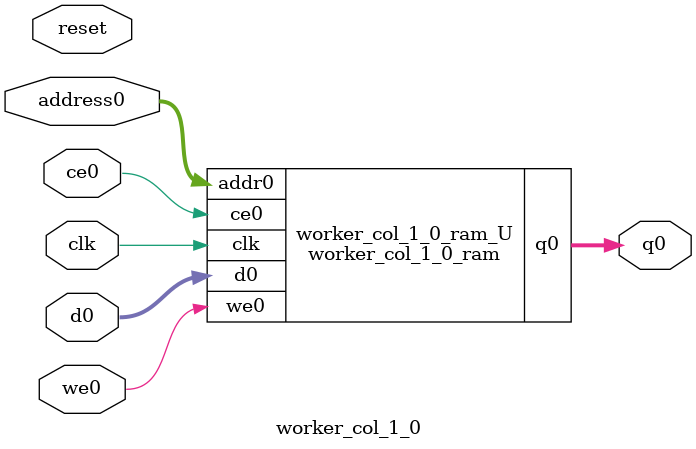
<source format=v>

`timescale 1 ns / 1 ps
module worker_col_1_0_ram (addr0, ce0, d0, we0, q0,  clk);

parameter DWIDTH = 8;
parameter AWIDTH = 12;
parameter MEM_SIZE = 2500;

input[AWIDTH-1:0] addr0;
input ce0;
input[DWIDTH-1:0] d0;
input we0;
output reg[DWIDTH-1:0] q0;
input clk;

(* ram_style = "block" *)reg [DWIDTH-1:0] ram[MEM_SIZE-1:0];




always @(posedge clk)  
begin 
    if (ce0) 
    begin
        if (we0) 
        begin 
            ram[addr0] <= d0; 
            q0 <= d0;
        end 
        else 
            q0 <= ram[addr0];
    end
end


endmodule


`timescale 1 ns / 1 ps
module worker_col_1_0(
    reset,
    clk,
    address0,
    ce0,
    we0,
    d0,
    q0);

parameter DataWidth = 32'd8;
parameter AddressRange = 32'd2500;
parameter AddressWidth = 32'd12;
input reset;
input clk;
input[AddressWidth - 1:0] address0;
input ce0;
input we0;
input[DataWidth - 1:0] d0;
output[DataWidth - 1:0] q0;



worker_col_1_0_ram worker_col_1_0_ram_U(
    .clk( clk ),
    .addr0( address0 ),
    .ce0( ce0 ),
    .d0( d0 ),
    .we0( we0 ),
    .q0( q0 ));

endmodule


</source>
